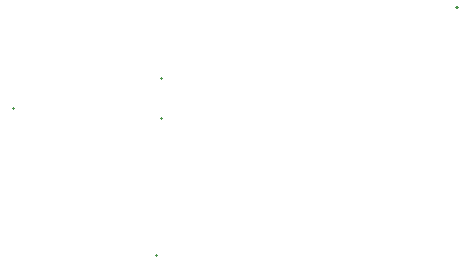
<source format=gbo>
G04 Layer_Color=13813960*
%FSLAX43Y43*%
%MOMM*%
G71*
G01*
G75*
%ADD14C,0.254*%
D14*
X71956Y59280D02*
X71981Y59254D01*
X71956Y62699D02*
X71981Y62673D01*
X71512Y47699D02*
X71538Y47673D01*
X59387Y60141D02*
X59412Y60166D01*
X96962Y68674D02*
X96988Y68648D01*
M02*

</source>
